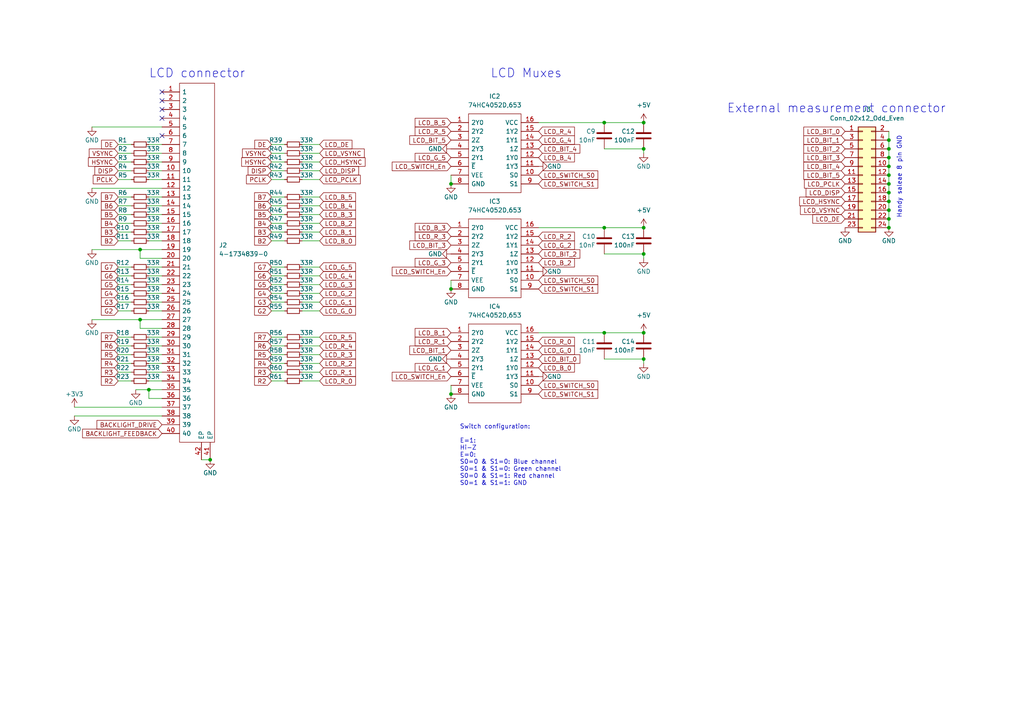
<source format=kicad_sch>
(kicad_sch (version 20211123) (generator eeschema)
  (paper "A4")
  (lib_symbols
    (symbol "Connector_Generic:Conn_02x12_Odd_Even" (pin_names (offset 1.016) hide)
      (property "Reference" "J" (at 1.27 15.24 0))
      (property "Value" "Conn_02x12_Odd_Even" (at 1.27 -17.78 0))
      (symbol "Conn_02x12_Odd_Even_1_1"
        (rectangle (start -1.27 -15.113) (end 0 -15.367) (stroke (width 0.1524)))
        (rectangle (start -1.27 -12.573) (end 0 -12.827) (stroke (width 0.1524)))
        (rectangle (start -1.27 -10.033) (end 0 -10.287) (stroke (width 0.1524)))
        (rectangle (start -1.27 -7.493) (end 0 -7.747) (stroke (width 0.1524)))
        (rectangle (start -1.27 -4.953) (end 0 -5.207) (stroke (width 0.1524)))
        (rectangle (start -1.27 -2.413) (end 0 -2.667) (stroke (width 0.1524)))
        (rectangle (start -1.27 0.127) (end 0 -0.127) (stroke (width 0.1524)))
        (rectangle (start -1.27 2.667) (end 0 2.413) (stroke (width 0.1524)))
        (rectangle (start -1.27 5.207) (end 0 4.953) (stroke (width 0.1524)))
        (rectangle (start -1.27 7.747) (end 0 7.493) (stroke (width 0.1524)))
        (rectangle (start -1.27 10.287) (end 0 10.033) (stroke (width 0.1524)))
        (rectangle (start -1.27 12.827) (end 0 12.573) (stroke (width 0.1524)))
        (rectangle (start -1.27 13.97) (end 3.81 -16.51) (stroke (width 0.254)) (fill (type background)))
        (rectangle (start 3.81 -15.113) (end 2.54 -15.367) (stroke (width 0.1524)))
        (rectangle (start 3.81 -12.573) (end 2.54 -12.827) (stroke (width 0.1524)))
        (rectangle (start 3.81 -10.033) (end 2.54 -10.287) (stroke (width 0.1524)))
        (rectangle (start 3.81 -7.493) (end 2.54 -7.747) (stroke (width 0.1524)))
        (rectangle (start 3.81 -4.953) (end 2.54 -5.207) (stroke (width 0.1524)))
        (rectangle (start 3.81 -2.413) (end 2.54 -2.667) (stroke (width 0.1524)))
        (rectangle (start 3.81 0.127) (end 2.54 -0.127) (stroke (width 0.1524)))
        (rectangle (start 3.81 2.667) (end 2.54 2.413) (stroke (width 0.1524)))
        (rectangle (start 3.81 5.207) (end 2.54 4.953) (stroke (width 0.1524)))
        (rectangle (start 3.81 7.747) (end 2.54 7.493) (stroke (width 0.1524)))
        (rectangle (start 3.81 10.287) (end 2.54 10.033) (stroke (width 0.1524)))
        (rectangle (start 3.81 12.827) (end 2.54 12.573) (stroke (width 0.1524)))
        (pin passive line (at -5.08 12.7 0) (length 3.81) (name "Pin_1") (number "1"))
        (pin passive line (at 7.62 2.54 180) (length 3.81) (name "Pin_10") (number "10"))
        (pin passive line (at -5.08 0 0) (length 3.81) (name "Pin_11") (number "11"))
        (pin passive line (at 7.62 0 180) (length 3.81) (name "Pin_12") (number "12"))
        (pin passive line (at -5.08 -2.54 0) (length 3.81) (name "Pin_13") (number "13"))
        (pin passive line (at 7.62 -2.54 180) (length 3.81) (name "Pin_14") (number "14"))
        (pin passive line (at -5.08 -5.08 0) (length 3.81) (name "Pin_15") (number "15"))
        (pin passive line (at 7.62 -5.08 180) (length 3.81) (name "Pin_16") (number "16"))
        (pin passive line (at -5.08 -7.62 0) (length 3.81) (name "Pin_17") (number "17"))
        (pin passive line (at 7.62 -7.62 180) (length 3.81) (name "Pin_18") (number "18"))
        (pin passive line (at -5.08 -10.16 0) (length 3.81) (name "Pin_19") (number "19"))
        (pin passive line (at 7.62 12.7 180) (length 3.81) (name "Pin_2") (number "2"))
        (pin passive line (at 7.62 -10.16 180) (length 3.81) (name "Pin_20") (number "20"))
        (pin passive line (at -5.08 -12.7 0) (length 3.81) (name "Pin_21") (number "21"))
        (pin passive line (at 7.62 -12.7 180) (length 3.81) (name "Pin_22") (number "22"))
        (pin passive line (at -5.08 -15.24 0) (length 3.81) (name "Pin_23") (number "23"))
        (pin passive line (at 7.62 -15.24 180) (length 3.81) (name "Pin_24") (number "24"))
        (pin passive line (at -5.08 10.16 0) (length 3.81) (name "Pin_3") (number "3"))
        (pin passive line (at 7.62 10.16 180) (length 3.81) (name "Pin_4") (number "4"))
        (pin passive line (at -5.08 7.62 0) (length 3.81) (name "Pin_5") (number "5"))
        (pin passive line (at 7.62 7.62 180) (length 3.81) (name "Pin_6") (number "6"))
        (pin passive line (at -5.08 5.08 0) (length 3.81) (name "Pin_7") (number "7"))
        (pin passive line (at 7.62 5.08 180) (length 3.81) (name "Pin_8") (number "8"))
        (pin passive line (at -5.08 2.54 0) (length 3.81) (name "Pin_9") (number "9"))
      )
    )
    (symbol "Device:C" (pin_numbers hide) (pin_names (offset 0.254))
      (property "Reference" "C" (at 0.635 2.54 0))
      (property "Value" "C" (at 0.635 -2.54 0))
      (symbol "C_0_1"
        (polyline (pts (xy -2.032 -0.762) (xy 2.032 -0.762)) (stroke (width 0.508)))
        (polyline (pts (xy -2.032 0.762) (xy 2.032 0.762)) (stroke (width 0.508)))
      )
      (symbol "C_1_1"
        (pin passive line (at 0 3.81 270) (length 2.794) (name "~") (number "1"))
        (pin passive line (at 0 -3.81 90) (length 2.794) (name "~") (number "2"))
      )
    )
    (symbol "Device:R_Small" (pin_numbers hide) (pin_names (offset 0.254) hide)
      (property "Reference" "R" (at 0.762 0.508 0))
      (property "Value" "R_Small" (at 0.762 -1.016 0))
      (symbol "R_Small_0_1"
        (rectangle (start -0.762 1.778) (end 0.762 -1.778) (stroke (width 0.2032)))
      )
      (symbol "R_Small_1_1"
        (pin passive line (at 0 2.54 270) (length 0.762) (name "~") (number "1"))
        (pin passive line (at 0 -2.54 90) (length 0.762) (name "~") (number "2"))
      )
    )
    (symbol "SamacSys_Parts:4-1734839-0" (pin_names (offset 0.762))
      (property "Reference" "J3" (at -16.51 -48.2599 0))
      (property "Value" "4-1734839-0" (at -16.51 -50.7999 0))
      (symbol "4-1734839-0_0_0"
        (pin passive line (at 0 0 180) (length 5.08) (name "1") (number "1"))
        (pin passive line (at 0 -22.86 180) (length 5.08) (name "10") (number "10"))
        (pin passive line (at 0 -25.4 180) (length 5.08) (name "11") (number "11"))
        (pin passive line (at 0 -27.94 180) (length 5.08) (name "12") (number "12"))
        (pin passive line (at 0 -30.48 180) (length 5.08) (name "13") (number "13"))
        (pin passive line (at 0 -33.02 180) (length 5.08) (name "14") (number "14"))
        (pin passive line (at 0 -35.56 180) (length 5.08) (name "15") (number "15"))
        (pin passive line (at 0 -38.1 180) (length 5.08) (name "16") (number "16"))
        (pin passive line (at 0 -40.64 180) (length 5.08) (name "17") (number "17"))
        (pin passive line (at 0 -43.18 180) (length 5.08) (name "18") (number "18"))
        (pin passive line (at 0 -45.72 180) (length 5.08) (name "19") (number "19"))
        (pin passive line (at 0 -2.54 180) (length 5.08) (name "2") (number "2"))
        (pin passive line (at 0 -48.26 180) (length 5.08) (name "20") (number "20"))
        (pin passive line (at 0 -50.8 180) (length 5.08) (name "21") (number "21"))
        (pin passive line (at 0 -53.34 180) (length 5.08) (name "22") (number "22"))
        (pin passive line (at 0 -55.88 180) (length 5.08) (name "23") (number "23"))
        (pin passive line (at 0 -58.42 180) (length 5.08) (name "24") (number "24"))
        (pin passive line (at 0 -60.96 180) (length 5.08) (name "25") (number "25"))
        (pin passive line (at 0 -63.5 180) (length 5.08) (name "26") (number "26"))
        (pin passive line (at 0 -66.04 180) (length 5.08) (name "27") (number "27"))
        (pin passive line (at 0 -68.58 180) (length 5.08) (name "28") (number "28"))
        (pin passive line (at 0 -71.12 180) (length 5.08) (name "29") (number "29"))
        (pin passive line (at 0 -5.08 180) (length 5.08) (name "3") (number "3"))
        (pin passive line (at 0 -73.66 180) (length 5.08) (name "30") (number "30"))
        (pin passive line (at 0 -76.2 180) (length 5.08) (name "31") (number "31"))
        (pin passive line (at 0 -78.74 180) (length 5.08) (name "32") (number "32"))
        (pin passive line (at 0 -81.28 180) (length 5.08) (name "33") (number "33"))
        (pin passive line (at 0 -83.82 180) (length 5.08) (name "34") (number "34"))
        (pin passive line (at 0 -86.36 180) (length 5.08) (name "35") (number "35"))
        (pin passive line (at 0 -88.9 180) (length 5.08) (name "36") (number "36"))
        (pin passive line (at 0 -91.44 180) (length 5.08) (name "37") (number "37"))
        (pin passive line (at 0 -93.98 180) (length 5.08) (name "38") (number "38"))
        (pin passive line (at 0 -96.52 180) (length 5.08) (name "39") (number "39"))
        (pin passive line (at 0 -7.62 180) (length 5.08) (name "4") (number "4"))
        (pin passive line (at 0 -99.06 180) (length 5.08) (name "40") (number "40"))
        (pin passive line (at -13.97 -106.68 90) (length 5.08) (name "EP") (number "41"))
        (pin passive line (at -11.43 -106.68 90) (length 5.08) (name "EP") (number "42"))
        (pin passive line (at 0 -10.16 180) (length 5.08) (name "5") (number "5"))
        (pin passive line (at 0 -12.7 180) (length 5.08) (name "6") (number "6"))
        (pin passive line (at 0 -15.24 180) (length 5.08) (name "7") (number "7"))
        (pin passive line (at 0 -17.78 180) (length 5.08) (name "8") (number "8"))
        (pin passive line (at 0 -20.32 180) (length 5.08) (name "9") (number "9"))
      )
      (symbol "4-1734839-0_0_1"
        (polyline (pts (xy -15.24 2.54) (xy -5.08 2.54) (xy -5.08 -101.6) (xy -15.24 -101.6) (xy -15.24 2.54)) (stroke (width 0.1524)))
      )
    )
    (symbol "SamacSys_Parts:74HC4052D,653" (pin_names (offset 0.762))
      (property "Reference" "IC" (at 21.59 7.62 0))
      (property "Value" "74HC4052D,653" (at 21.59 5.08 0))
      (symbol "74HC4052D,653_0_0"
        (pin passive line (at 0 0 0) (length 5.08) (name "2Y0") (number "1"))
        (pin passive line (at 25.4 -15.24 180) (length 5.08) (name "S0") (number "10"))
        (pin passive line (at 25.4 -12.7 180) (length 5.08) (name "1Y3") (number "11"))
        (pin passive line (at 25.4 -10.16 180) (length 5.08) (name "1Y0") (number "12"))
        (pin passive line (at 25.4 -7.62 180) (length 5.08) (name "1Z") (number "13"))
        (pin passive line (at 25.4 -5.08 180) (length 5.08) (name "1Y1") (number "14"))
        (pin passive line (at 25.4 -2.54 180) (length 5.08) (name "1Y2") (number "15"))
        (pin passive line (at 25.4 0 180) (length 5.08) (name "VCC") (number "16"))
        (pin passive line (at 0 -2.54 0) (length 5.08) (name "2Y2") (number "2"))
        (pin passive line (at 0 -5.08 0) (length 5.08) (name "2Z") (number "3"))
        (pin passive line (at 0 -7.62 0) (length 5.08) (name "2Y3") (number "4"))
        (pin passive line (at 0 -10.16 0) (length 5.08) (name "2Y1") (number "5"))
        (pin passive line (at 0 -12.7 0) (length 5.08) (name "~{E}") (number "6"))
        (pin passive line (at 0 -15.24 0) (length 5.08) (name "VEE") (number "7"))
        (pin passive line (at 0 -17.78 0) (length 5.08) (name "GND") (number "8"))
        (pin passive line (at 25.4 -17.78 180) (length 5.08) (name "S1") (number "9"))
      )
      (symbol "74HC4052D,653_0_1"
        (polyline (pts (xy 5.08 2.54) (xy 20.32 2.54) (xy 20.32 -20.32) (xy 5.08 -20.32) (xy 5.08 2.54)) (stroke (width 0.1524)))
      )
    )
    (symbol "power:+3V3" (power) (pin_names (offset 0))
      (property "Value" "+3V3" (at 0 3.556 0))
      (symbol "+3V3_0_1"
        (polyline (pts (xy -0.762 1.27) (xy 0 2.54)))
        (polyline (pts (xy 0 0) (xy 0 2.54)))
        (polyline (pts (xy 0 2.54) (xy 0.762 1.27)))
      )
      (symbol "+3V3_1_1"
        (pin power_in line (at 0 0 90) (length 0) hide (name "+3V3") (number "1"))
      )
    )
    (symbol "power:+5V" (power) (pin_names (offset 0))
      (property "Value" "+5V" (at 0 3.556 0))
      (symbol "+5V_0_1"
        (polyline (pts (xy -0.762 1.27) (xy 0 2.54)))
        (polyline (pts (xy 0 0) (xy 0 2.54)))
        (polyline (pts (xy 0 2.54) (xy 0.762 1.27)))
      )
      (symbol "+5V_1_1"
        (pin power_in line (at 0 0 90) (length 0) hide (name "+5V") (number "1"))
      )
    )
    (symbol "power:GND" (power) (pin_names (offset 0))
      (property "Value" "GND" (at 0 -3.81 0))
      (symbol "GND_0_1"
        (polyline (pts (xy 0 0) (xy 0 -1.27) (xy 1.27 -1.27) (xy 0 -2.54) (xy -1.27 -1.27) (xy 0 -1.27)))
      )
      (symbol "GND_1_1"
        (pin power_in line (at 0 0 270) (length 0) hide (name "GND") (number "1"))
      )
    )
  )
  (junction (at 257.81 55.88))
  (junction (at 257.81 45.72))
  (junction (at 257.81 40.64))
  (junction (at 257.81 50.8))
  (junction (at 40.64 72.39))
  (junction (at 186.69 35.56))
  (junction (at 175.26 66.04))
  (junction (at 130.81 114.3))
  (junction (at 60.96 133.35))
  (junction (at 130.81 83.82))
  (junction (at 40.64 92.71))
  (junction (at 257.81 58.42))
  (junction (at 257.81 53.34))
  (junction (at 257.81 60.96))
  (junction (at 186.69 73.66))
  (junction (at 186.69 104.14))
  (junction (at 43.18 113.03))
  (junction (at 257.81 63.5))
  (junction (at 257.81 48.26))
  (junction (at 186.69 66.04))
  (junction (at 186.69 96.52))
  (junction (at 130.81 53.34))
  (junction (at 175.26 96.52))
  (junction (at 257.81 43.18))
  (junction (at 186.69 43.18))
  (junction (at 257.81 66.04))
  (junction (at 175.26 35.56))
  (no_connect (at 46.99 34.29))
  (no_connect (at 46.99 26.67))
  (no_connect (at 46.99 29.21))
  (no_connect (at 46.99 39.37))
  (no_connect (at 46.99 31.75))
  (wire (pts (xy 39.37 113.03) (xy 43.18 113.03)))
  (wire (pts (xy 92.71 46.99) (xy 87.63 46.99)))
  (wire (pts (xy 43.18 113.03) (xy 46.99 113.03)))
  (wire (pts (xy 43.18 41.91) (xy 46.99 41.91)))
  (wire (pts (xy 34.29 87.63) (xy 38.1 87.63)))
  (wire (pts (xy 92.71 52.07) (xy 87.63 52.07)))
  (wire (pts (xy 34.29 52.07) (xy 38.1 52.07)))
  (wire (pts (xy 92.71 67.31) (xy 87.63 67.31)))
  (wire (pts (xy 78.74 52.07) (xy 82.55 52.07)))
  (wire (pts (xy 257.81 60.96) (xy 257.81 63.5)))
  (wire (pts (xy 92.71 57.15) (xy 87.63 57.15)))
  (wire (pts (xy 34.29 110.49) (xy 38.1 110.49)))
  (wire (pts (xy 92.71 80.01) (xy 87.63 80.01)))
  (wire (pts (xy 92.71 49.53) (xy 87.63 49.53)))
  (wire (pts (xy 46.99 95.25) (xy 40.64 95.25)))
  (wire (pts (xy 34.29 82.55) (xy 38.1 82.55)))
  (wire (pts (xy 156.21 35.56) (xy 175.26 35.56)))
  (wire (pts (xy 92.71 87.63) (xy 87.63 87.63)))
  (wire (pts (xy 186.69 96.52) (xy 175.26 96.52)))
  (wire (pts (xy 78.74 57.15) (xy 82.55 57.15)))
  (wire (pts (xy 78.74 59.69) (xy 82.55 59.69)))
  (wire (pts (xy 92.71 107.95) (xy 87.63 107.95)))
  (wire (pts (xy 78.74 44.45) (xy 82.55 44.45)))
  (wire (pts (xy 92.71 41.91) (xy 87.63 41.91)))
  (wire (pts (xy 34.29 64.77) (xy 38.1 64.77)))
  (wire (pts (xy 21.59 120.65) (xy 46.99 120.65)))
  (wire (pts (xy 43.18 80.01) (xy 46.99 80.01)))
  (wire (pts (xy 43.18 77.47) (xy 46.99 77.47)))
  (wire (pts (xy 92.71 59.69) (xy 87.63 59.69)))
  (wire (pts (xy 186.69 74.93) (xy 186.69 73.66)))
  (wire (pts (xy 34.29 107.95) (xy 38.1 107.95)))
  (wire (pts (xy 257.81 40.64) (xy 257.81 43.18)))
  (wire (pts (xy 34.29 97.79) (xy 38.1 97.79)))
  (wire (pts (xy 92.71 85.09) (xy 87.63 85.09)))
  (wire (pts (xy 34.29 100.33) (xy 38.1 100.33)))
  (wire (pts (xy 34.29 59.69) (xy 38.1 59.69)))
  (wire (pts (xy 257.81 53.34) (xy 257.81 55.88)))
  (wire (pts (xy 43.18 115.57) (xy 43.18 113.03)))
  (wire (pts (xy 40.64 95.25) (xy 40.64 92.71)))
  (wire (pts (xy 78.74 80.01) (xy 82.55 80.01)))
  (wire (pts (xy 43.18 85.09) (xy 46.99 85.09)))
  (wire (pts (xy 46.99 115.57) (xy 43.18 115.57)))
  (wire (pts (xy 186.69 35.56) (xy 175.26 35.56)))
  (wire (pts (xy 34.29 46.99) (xy 38.1 46.99)))
  (wire (pts (xy 34.29 77.47) (xy 38.1 77.47)))
  (wire (pts (xy 156.21 96.52) (xy 175.26 96.52)))
  (wire (pts (xy 92.71 82.55) (xy 87.63 82.55)))
  (wire (pts (xy 92.71 90.17) (xy 87.63 90.17)))
  (wire (pts (xy 130.81 81.28) (xy 130.81 83.82)))
  (wire (pts (xy 92.71 69.85) (xy 87.63 69.85)))
  (wire (pts (xy 175.26 104.14) (xy 186.69 104.14)))
  (wire (pts (xy 156.21 66.04) (xy 175.26 66.04)))
  (wire (pts (xy 43.18 105.41) (xy 46.99 105.41)))
  (wire (pts (xy 34.29 85.09) (xy 38.1 85.09)))
  (wire (pts (xy 78.74 105.41) (xy 82.55 105.41)))
  (wire (pts (xy 34.29 67.31) (xy 38.1 67.31)))
  (wire (pts (xy 78.74 49.53) (xy 82.55 49.53)))
  (wire (pts (xy 78.74 67.31) (xy 82.55 67.31)))
  (wire (pts (xy 43.18 49.53) (xy 46.99 49.53)))
  (wire (pts (xy 43.18 90.17) (xy 46.99 90.17)))
  (wire (pts (xy 186.69 44.45) (xy 186.69 43.18)))
  (wire (pts (xy 43.18 52.07) (xy 46.99 52.07)))
  (wire (pts (xy 175.26 43.18) (xy 186.69 43.18)))
  (wire (pts (xy 78.74 46.99) (xy 82.55 46.99)))
  (wire (pts (xy 257.81 50.8) (xy 257.81 53.34)))
  (wire (pts (xy 43.18 107.95) (xy 46.99 107.95)))
  (wire (pts (xy 34.29 57.15) (xy 38.1 57.15)))
  (wire (pts (xy 78.74 69.85) (xy 82.55 69.85)))
  (wire (pts (xy 186.69 66.04) (xy 175.26 66.04)))
  (wire (pts (xy 92.71 64.77) (xy 87.63 64.77)))
  (wire (pts (xy 257.81 55.88) (xy 257.81 58.42)))
  (wire (pts (xy 78.74 90.17) (xy 82.55 90.17)))
  (wire (pts (xy 43.18 67.31) (xy 46.99 67.31)))
  (wire (pts (xy 43.18 100.33) (xy 46.99 100.33)))
  (wire (pts (xy 34.29 49.53) (xy 38.1 49.53)))
  (wire (pts (xy 34.29 90.17) (xy 38.1 90.17)))
  (wire (pts (xy 92.71 100.33) (xy 87.63 100.33)))
  (wire (pts (xy 257.81 43.18) (xy 257.81 45.72)))
  (wire (pts (xy 46.99 74.93) (xy 40.64 74.93)))
  (wire (pts (xy 34.29 102.87) (xy 38.1 102.87)))
  (wire (pts (xy 92.71 105.41) (xy 87.63 105.41)))
  (wire (pts (xy 26.67 54.61) (xy 46.99 54.61)))
  (wire (pts (xy 175.26 73.66) (xy 186.69 73.66)))
  (wire (pts (xy 78.74 64.77) (xy 82.55 64.77)))
  (wire (pts (xy 43.18 110.49) (xy 46.99 110.49)))
  (wire (pts (xy 78.74 85.09) (xy 82.55 85.09)))
  (wire (pts (xy 34.29 80.01) (xy 38.1 80.01)))
  (wire (pts (xy 92.71 77.47) (xy 87.63 77.47)))
  (wire (pts (xy 257.81 38.1) (xy 257.81 40.64)))
  (wire (pts (xy 257.81 48.26) (xy 257.81 50.8)))
  (wire (pts (xy 43.18 87.63) (xy 46.99 87.63)))
  (wire (pts (xy 257.81 45.72) (xy 257.81 48.26)))
  (wire (pts (xy 43.18 102.87) (xy 46.99 102.87)))
  (wire (pts (xy 92.71 44.45) (xy 87.63 44.45)))
  (wire (pts (xy 43.18 46.99) (xy 46.99 46.99)))
  (wire (pts (xy 78.74 97.79) (xy 82.55 97.79)))
  (wire (pts (xy 34.29 44.45) (xy 38.1 44.45)))
  (wire (pts (xy 257.81 63.5) (xy 257.81 66.04)))
  (wire (pts (xy 43.18 64.77) (xy 46.99 64.77)))
  (wire (pts (xy 21.59 118.11) (xy 46.99 118.11)))
  (wire (pts (xy 43.18 82.55) (xy 46.99 82.55)))
  (wire (pts (xy 92.71 62.23) (xy 87.63 62.23)))
  (wire (pts (xy 26.67 72.39) (xy 40.64 72.39)))
  (wire (pts (xy 130.81 50.8) (xy 130.81 53.34)))
  (wire (pts (xy 78.74 87.63) (xy 82.55 87.63)))
  (wire (pts (xy 78.74 110.49) (xy 82.55 110.49)))
  (wire (pts (xy 43.18 59.69) (xy 46.99 59.69)))
  (wire (pts (xy 26.67 92.71) (xy 40.64 92.71)))
  (wire (pts (xy 78.74 82.55) (xy 82.55 82.55)))
  (wire (pts (xy 34.29 69.85) (xy 38.1 69.85)))
  (wire (pts (xy 78.74 102.87) (xy 82.55 102.87)))
  (wire (pts (xy 43.18 62.23) (xy 46.99 62.23)))
  (wire (pts (xy 34.29 105.41) (xy 38.1 105.41)))
  (wire (pts (xy 34.29 41.91) (xy 38.1 41.91)))
  (wire (pts (xy 78.74 100.33) (xy 82.55 100.33)))
  (wire (pts (xy 257.81 58.42) (xy 257.81 60.96)))
  (wire (pts (xy 40.64 74.93) (xy 40.64 72.39)))
  (wire (pts (xy 43.18 57.15) (xy 46.99 57.15)))
  (wire (pts (xy 130.81 111.76) (xy 130.81 114.3)))
  (wire (pts (xy 92.71 110.49) (xy 87.63 110.49)))
  (wire (pts (xy 26.67 36.83) (xy 46.99 36.83)))
  (wire (pts (xy 40.64 72.39) (xy 46.99 72.39)))
  (wire (pts (xy 43.18 44.45) (xy 46.99 44.45)))
  (wire (pts (xy 78.74 41.91) (xy 82.55 41.91)))
  (wire (pts (xy 78.74 62.23) (xy 82.55 62.23)))
  (wire (pts (xy 43.18 97.79) (xy 46.99 97.79)))
  (wire (pts (xy 34.29 62.23) (xy 38.1 62.23)))
  (wire (pts (xy 92.71 97.79) (xy 87.63 97.79)))
  (wire (pts (xy 78.74 77.47) (xy 82.55 77.47)))
  (wire (pts (xy 92.71 102.87) (xy 87.63 102.87)))
  (wire (pts (xy 40.64 92.71) (xy 46.99 92.71)))
  (wire (pts (xy 78.74 107.95) (xy 82.55 107.95)))
  (wire (pts (xy 58.42 133.35) (xy 60.96 133.35)))
  (wire (pts (xy 43.18 69.85) (xy 46.99 69.85)))
  (wire (pts (xy 186.69 105.41) (xy 186.69 104.14)))
  (text "External measurement connector" (at 210.82 33.02 0) (effects (font (size 2.54 2.54)) (justify left bottom)))
  (text "LCD connector" (at 43.18 22.86 0) (effects (font (size 2.54 2.54)) (justify left bottom)))
  (text "Switch configuration:\n\nE=1:\nHi-Z\nE=0:\nS0=0 & S1=0: Blue channel\nS0=1 & S1=0: Green channel\nS0=0 & S1=1: Red channel\nS0=1 & S1=1: GND" (at 133.35 140.97 0) (effects (font (size 1.27 1.27)) (justify left bottom)))
  (text "Handy saleae 8 pin GND" (at 261.62 39.37 270) (effects (font (size 1.27 1.27)) (justify right bottom)))
  (text "LCD Muxes" (at 142.24 22.86 0) (effects (font (size 2.54 2.54)) (justify left bottom)))
  (global_label "LCD_B_3" (shape input) (at 92.71 62.23 0) (property "Intersheet References" "${INTERSHEET_REFS}" (effects hide)))
  (global_label "LCD_B_2" (shape input) (at 156.21 76.2 0) (property "Intersheet References" "${INTERSHEET_REFS}" (effects hide)))
  (global_label "G7" (shape input) (at 34.29 77.47 180) (property "Intersheet References" "${INTERSHEET_REFS}" (effects hide)))
  (global_label "R6" (shape input) (at 34.29 100.33 180) (property "Intersheet References" "${INTERSHEET_REFS}" (effects hide)))
  (global_label "LCD_G_2" (shape input) (at 92.71 85.09 0) (property "Intersheet References" "${INTERSHEET_REFS}" (effects hide)))
  (global_label "LCD_B_1" (shape input) (at 92.71 67.31 0) (property "Intersheet References" "${INTERSHEET_REFS}" (effects hide)))
  (global_label "LCD_VSYNC" (shape input) (at 92.71 44.45 0) (property "Intersheet References" "${INTERSHEET_REFS}" (effects hide)))
  (global_label "LCD_BIT_0" (shape input) (at 156.21 104.14 0) (property "Intersheet References" "${INTERSHEET_REFS}" (effects hide)))
  (global_label "LCD_SWITCH_S0" (shape input) (at 156.21 50.8 0) (property "Intersheet References" "${INTERSHEET_REFS}" (effects hide)))
  (global_label "B2" (shape input) (at 34.29 69.85 180) (property "Intersheet References" "${INTERSHEET_REFS}" (effects hide)))
  (global_label "LCD_G_0" (shape input) (at 92.71 90.17 0) (property "Intersheet References" "${INTERSHEET_REFS}" (effects hide)))
  (global_label "LCD_SWITCH_S1" (shape input) (at 156.21 53.34 0) (property "Intersheet References" "${INTERSHEET_REFS}" (effects hide)))
  (global_label "LCD_G_4" (shape input) (at 92.71 80.01 0) (property "Intersheet References" "${INTERSHEET_REFS}" (effects hide)))
  (global_label "LCD_PCLK" (shape input) (at 245.11 53.34 180) (property "Intersheet References" "${INTERSHEET_REFS}" (effects hide)))
  (global_label "B5" (shape input) (at 78.74 62.23 180) (property "Intersheet References" "${INTERSHEET_REFS}" (effects hide)))
  (global_label "LCD_B_5" (shape input) (at 92.71 57.15 0) (property "Intersheet References" "${INTERSHEET_REFS}" (effects hide)))
  (global_label "G7" (shape input) (at 78.74 77.47 180) (property "Intersheet References" "${INTERSHEET_REFS}" (effects hide)))
  (global_label "DISP" (shape input) (at 34.29 49.53 180) (property "Intersheet References" "${INTERSHEET_REFS}" (effects hide)))
  (global_label "G2" (shape input) (at 34.29 90.17 180) (property "Intersheet References" "${INTERSHEET_REFS}" (effects hide)))
  (global_label "LCD_G_3" (shape input) (at 92.71 82.55 0) (property "Intersheet References" "${INTERSHEET_REFS}" (effects hide)))
  (global_label "R2" (shape input) (at 78.74 110.49 180) (property "Intersheet References" "${INTERSHEET_REFS}" (effects hide)))
  (global_label "LCD_BIT_1" (shape input) (at 245.11 40.64 180) (property "Intersheet References" "${INTERSHEET_REFS}" (effects hide)))
  (global_label "LCD_SWITCH_En" (shape input) (at 130.81 109.22 180) (property "Intersheet References" "${INTERSHEET_REFS}" (effects hide)))
  (global_label "B7" (shape input) (at 78.74 57.15 180) (property "Intersheet References" "${INTERSHEET_REFS}" (effects hide)))
  (global_label "LCD_SWITCH_En" (shape input) (at 130.81 48.26 180) (property "Intersheet References" "${INTERSHEET_REFS}" (effects hide)))
  (global_label "LCD_B_5" (shape input) (at 130.81 35.56 180) (property "Intersheet References" "${INTERSHEET_REFS}" (effects hide)))
  (global_label "R4" (shape input) (at 34.29 105.41 180) (property "Intersheet References" "${INTERSHEET_REFS}" (effects hide)))
  (global_label "G5" (shape input) (at 34.29 82.55 180) (property "Intersheet References" "${INTERSHEET_REFS}" (effects hide)))
  (global_label "LCD_HSYNC" (shape input) (at 245.11 58.42 180) (property "Intersheet References" "${INTERSHEET_REFS}" (effects hide)))
  (global_label "R2" (shape input) (at 34.29 110.49 180) (property "Intersheet References" "${INTERSHEET_REFS}" (effects hide)))
  (global_label "LCD_BIT_5" (shape input) (at 130.81 40.64 180) (property "Intersheet References" "${INTERSHEET_REFS}" (effects hide)))
  (global_label "LCD_B_2" (shape input) (at 92.71 64.77 0) (property "Intersheet References" "${INTERSHEET_REFS}" (effects hide)))
  (global_label "LCD_BIT_4" (shape input) (at 245.11 48.26 180) (property "Intersheet References" "${INTERSHEET_REFS}" (effects hide)))
  (global_label "B3" (shape input) (at 34.29 67.31 180) (property "Intersheet References" "${INTERSHEET_REFS}" (effects hide)))
  (global_label "B6" (shape input) (at 34.29 59.69 180) (property "Intersheet References" "${INTERSHEET_REFS}" (effects hide)))
  (global_label "LCD_BIT_2" (shape input) (at 156.21 73.66 0) (property "Intersheet References" "${INTERSHEET_REFS}" (effects hide)))
  (global_label "R7" (shape input) (at 78.74 97.79 180) (property "Intersheet References" "${INTERSHEET_REFS}" (effects hide)))
  (global_label "LCD_BIT_3" (shape input) (at 130.81 71.12 180) (property "Intersheet References" "${INTERSHEET_REFS}" (effects hide)))
  (global_label "R3" (shape input) (at 34.29 107.95 180) (property "Intersheet References" "${INTERSHEET_REFS}" (effects hide)))
  (global_label "LCD_B_0" (shape input) (at 92.71 69.85 0) (property "Intersheet References" "${INTERSHEET_REFS}" (effects hide)))
  (global_label "G3" (shape input) (at 34.29 87.63 180) (property "Intersheet References" "${INTERSHEET_REFS}" (effects hide)))
  (global_label "LCD_G_2" (shape input) (at 156.21 71.12 0) (property "Intersheet References" "${INTERSHEET_REFS}" (effects hide)))
  (global_label "LCD_BIT_0" (shape input) (at 245.11 38.1 180) (property "Intersheet References" "${INTERSHEET_REFS}" (effects hide)))
  (global_label "LCD_SWITCH_S1" (shape input) (at 156.21 114.3 0) (property "Intersheet References" "${INTERSHEET_REFS}" (effects hide)))
  (global_label "LCD_G_5" (shape input) (at 130.81 45.72 180) (property "Intersheet References" "${INTERSHEET_REFS}" (effects hide)))
  (global_label "B7" (shape input) (at 34.29 57.15 180) (property "Intersheet References" "${INTERSHEET_REFS}" (effects hide)))
  (global_label "HSYNC" (shape input) (at 34.29 46.99 180) (property "Intersheet References" "${INTERSHEET_REFS}" (effects hide)))
  (global_label "R5" (shape input) (at 34.29 102.87 180) (property "Intersheet References" "${INTERSHEET_REFS}" (effects hide)))
  (global_label "B3" (shape input) (at 78.74 67.31 180) (property "Intersheet References" "${INTERSHEET_REFS}" (effects hide)))
  (global_label "BACKLIGHT_FEEDBACK" (shape input) (at 46.99 125.73 180) (property "Intersheet References" "${INTERSHEET_REFS}" (effects hide)))
  (global_label "LCD_DE" (shape input) (at 92.71 41.91 0) (property "Intersheet References" "${INTERSHEET_REFS}" (effects hide)))
  (global_label "LCD_R_4" (shape input) (at 156.21 38.1 0) (property "Intersheet References" "${INTERSHEET_REFS}" (effects hide)))
  (global_label "LCD_BIT_1" (shape input) (at 130.81 101.6 180) (property "Intersheet References" "${INTERSHEET_REFS}" (effects hide)))
  (global_label "LCD_DE" (shape input) (at 245.11 63.5 180) (property "Intersheet References" "${INTERSHEET_REFS}" (effects hide)))
  (global_label "R4" (shape input) (at 78.74 105.41 180) (property "Intersheet References" "${INTERSHEET_REFS}" (effects hide)))
  (global_label "R5" (shape input) (at 78.74 102.87 180) (property "Intersheet References" "${INTERSHEET_REFS}" (effects hide)))
  (global_label "LCD_R_5" (shape input) (at 130.81 38.1 180) (property "Intersheet References" "${INTERSHEET_REFS}" (effects hide)))
  (global_label "G4" (shape input) (at 78.74 85.09 180) (property "Intersheet References" "${INTERSHEET_REFS}" (effects hide)))
  (global_label "LCD_HSYNC" (shape input) (at 92.71 46.99 0) (property "Intersheet References" "${INTERSHEET_REFS}" (effects hide)))
  (global_label "R3" (shape input) (at 78.74 107.95 180) (property "Intersheet References" "${INTERSHEET_REFS}" (effects hide)))
  (global_label "LCD_R_1" (shape input) (at 130.81 99.06 180) (property "Intersheet References" "${INTERSHEET_REFS}" (effects hide)))
  (global_label "VSYNC" (shape input) (at 78.74 44.45 180) (property "Intersheet References" "${INTERSHEET_REFS}" (effects hide)))
  (global_label "R6" (shape input) (at 78.74 100.33 180) (property "Intersheet References" "${INTERSHEET_REFS}" (effects hide)))
  (global_label "LCD_G_1" (shape input) (at 130.81 106.68 180) (property "Intersheet References" "${INTERSHEET_REFS}" (effects hide)))
  (global_label "LCD_R_0" (shape input) (at 92.71 110.49 0) (property "Intersheet References" "${INTERSHEET_REFS}" (effects hide)))
  (global_label "PCLK" (shape input) (at 78.74 52.07 180) (property "Intersheet References" "${INTERSHEET_REFS}" (effects hide)))
  (global_label "BACKLIGHT_DRIVE" (shape input) (at 46.99 123.19 180) (property "Intersheet References" "${INTERSHEET_REFS}" (effects hide)))
  (global_label "LCD_G_5" (shape input) (at 92.71 77.47 0) (property "Intersheet References" "${INTERSHEET_REFS}" (effects hide)))
  (global_label "LCD_G_4" (shape input) (at 156.21 40.64 0) (property "Intersheet References" "${INTERSHEET_REFS}" (effects hide)))
  (global_label "G4" (shape input) (at 34.29 85.09 180) (property "Intersheet References" "${INTERSHEET_REFS}" (effects hide)))
  (global_label "LCD_DISP" (shape input) (at 92.71 49.53 0) (property "Intersheet References" "${INTERSHEET_REFS}" (effects hide)))
  (global_label "LCD_R_3" (shape input) (at 130.81 68.58 180) (property "Intersheet References" "${INTERSHEET_REFS}" (effects hide)))
  (global_label "B6" (shape input) (at 78.74 59.69 180) (property "Intersheet References" "${INTERSHEET_REFS}" (effects hide)))
  (global_label "LCD_R_5" (shape input) (at 92.71 97.79 0) (property "Intersheet References" "${INTERSHEET_REFS}" (effects hide)))
  (global_label "LCD_BIT_3" (shape input) (at 245.11 45.72 180) (property "Intersheet References" "${INTERSHEET_REFS}" (effects hide)))
  (global_label "VSYNC" (shape input) (at 34.29 44.45 180) (property "Intersheet References" "${INTERSHEET_REFS}" (effects hide)))
  (global_label "DE" (shape input) (at 78.74 41.91 180) (property "Intersheet References" "${INTERSHEET_REFS}" (effects hide)))
  (global_label "LCD_R_4" (shape input) (at 92.71 100.33 0) (property "Intersheet References" "${INTERSHEET_REFS}" (effects hide)))
  (global_label "LCD_R_1" (shape input) (at 92.71 107.95 0) (property "Intersheet References" "${INTERSHEET_REFS}" (effects hide)))
  (global_label "LCD_BIT_2" (shape input) (at 245.11 43.18 180) (property "Intersheet References" "${INTERSHEET_REFS}" (effects hide)))
  (global_label "B2" (shape input) (at 78.74 69.85 180) (property "Intersheet References" "${INTERSHEET_REFS}" (effects hide)))
  (global_label "LCD_B_3" (shape input) (at 130.81 66.04 180) (property "Intersheet References" "${INTERSHEET_REFS}" (effects hide)))
  (global_label "LCD_B_4" (shape input) (at 156.21 45.72 0) (property "Intersheet References" "${INTERSHEET_REFS}" (effects hide)))
  (global_label "LCD_B_0" (shape input) (at 156.21 106.68 0) (property "Intersheet References" "${INTERSHEET_REFS}" (effects hide)))
  (global_label "LCD_G_3" (shape input) (at 130.81 76.2 180) (property "Intersheet References" "${INTERSHEET_REFS}" (effects hide)))
  (global_label "HSYNC" (shape input) (at 78.74 46.99 180) (property "Intersheet References" "${INTERSHEET_REFS}" (effects hide)))
  (global_label "G6" (shape input) (at 78.74 80.01 180) (property "Intersheet References" "${INTERSHEET_REFS}" (effects hide)))
  (global_label "G5" (shape input) (at 78.74 82.55 180) (property "Intersheet References" "${INTERSHEET_REFS}" (effects hide)))
  (global_label "LCD_SWITCH_S1" (shape input) (at 156.21 83.82 0) (property "Intersheet References" "${INTERSHEET_REFS}" (effects hide)))
  (global_label "PCLK" (shape input) (at 34.29 52.07 180) (property "Intersheet References" "${INTERSHEET_REFS}" (effects hide)))
  (global_label "LCD_PCLK" (shape input) (at 92.71 52.07 0) (property "Intersheet References" "${INTERSHEET_REFS}" (effects hide)))
  (global_label "B5" (shape input) (at 34.29 62.23 180) (property "Intersheet References" "${INTERSHEET_REFS}" (effects hide)))
  (global_label "LCD_B_4" (shape input) (at 92.71 59.69 0) (property "Intersheet References" "${INTERSHEET_REFS}" (effects hide)))
  (global_label "LCD_SWITCH_En" (shape input) (at 130.81 78.74 180) (property "Intersheet References" "${INTERSHEET_REFS}" (effects hide)))
  (global_label "LCD_DISP" (shape input) (at 245.11 55.88 180) (property "Intersheet References" "${INTERSHEET_REFS}" (effects hide)))
  (global_label "LCD_R_2" (shape input) (at 156.21 68.58 0) (property "Intersheet References" "${INTERSHEET_REFS}" (effects hide)))
  (global_label "LCD_BIT_5" (shape input) (at 245.11 50.8 180) (property "Intersheet References" "${INTERSHEET_REFS}" (effects hide)))
  (global_label "LCD_SWITCH_S0" (shape input) (at 156.21 81.28 0) (property "Intersheet References" "${INTERSHEET_REFS}" (effects hide)))
  (global_label "LCD_VSYNC" (shape input) (at 245.11 60.96 180) (property "Intersheet References" "${INTERSHEET_REFS}" (effects hide)))
  (global_label "DE" (shape input) (at 34.29 41.91 180) (property "Intersheet References" "${INTERSHEET_REFS}" (effects hide)))
  (global_label "G2" (shape input) (at 78.74 90.17 180) (property "Intersheet References" "${INTERSHEET_REFS}" (effects hide)))
  (global_label "LCD_BIT_4" (shape input) (at 156.21 43.18 0) (property "Intersheet References" "${INTERSHEET_REFS}" (effects hide)))
  (global_label "LCD_SWITCH_S0" (shape input) (at 156.21 111.76 0) (property "Intersheet References" "${INTERSHEET_REFS}" (effects hide)))
  (global_label "B4" (shape input) (at 34.29 64.77 180) (property "Intersheet References" "${INTERSHEET_REFS}" (effects hide)))
  (global_label "LCD_B_1" (shape input) (at 130.81 96.52 180) (property "Intersheet References" "${INTERSHEET_REFS}" (effects hide)))
  (global_label "G6" (shape input) (at 34.29 80.01 180) (property "Intersheet References" "${INTERSHEET_REFS}" (effects hide)))
  (global_label "LCD_R_0" (shape input) (at 156.21 99.06 0) (property "Intersheet References" "${INTERSHEET_REFS}" (effects hide)))
  (global_label "R7" (shape input) (at 34.29 97.79 180) (property "Intersheet References" "${INTERSHEET_REFS}" (effects hide)))
  (global_label "LCD_R_2" (shape input) (at 92.71 105.41 0) (property "Intersheet References" "${INTERSHEET_REFS}" (effects hide)))
  (global_label "LCD_G_1" (shape input) (at 92.71 87.63 0) (property "Intersheet References" "${INTERSHEET_REFS}" (effects hide)))
  (global_label "DISP" (shape input) (at 78.74 49.53 180) (property "Intersheet References" "${INTERSHEET_REFS}" (effects hide)))
  (global_label "LCD_G_0" (shape input) (at 156.21 101.6 0) (property "Intersheet References" "${INTERSHEET_REFS}" (effects hide)))
  (global_label "LCD_R_3" (shape input) (at 92.71 102.87 0) (property "Intersheet References" "${INTERSHEET_REFS}" (effects hide)))
  (global_label "B4" (shape input) (at 78.74 64.77 180) (property "Intersheet References" "${INTERSHEET_REFS}" (effects hide)))
  (global_label "G3" (shape input) (at 78.74 87.63 180) (property "Intersheet References" "${INTERSHEET_REFS}" (effects hide)))
  (symbol (lib_id "SamacSys_Parts:74HC4052D,653") (at 130.81 35.56 0) (unit 1)
    (property "Reference" "IC2" (at 143.51 27.94 0))
    (property "Value" "74HC4052D,653" (at 143.51 30.48 0))
    (property "Footprint" "74HC4052D653" (effects hide))
    (property "Datasheet" "https://assets.nexperia.com/documents/data-sheet/74HC_HCT4052.pdf" (effects hide))
    (property "Description" "74HC(T)4052 - Dual 4-channel analog multiplexer/demultiplexer@en-us" (effects hide))
    (property "Height" "1.75" (effects hide))
    (property "Mouser Part Number" "771-74HC4052D-T" (effects hide))
    (property "Mouser Price/Stock" "https://www.mouser.co.uk/ProductDetail/Nexperia/74HC4052D653?qs=P62ublwmbi9dOtwH%252Bhrppg%3D%3D" (effects hide))
    (property "Manufacturer_Name" "Nexperia" (effects hide))
    (property "Manufacturer_Part_Number" "74HC4052D,653" (effects hide))
  )
  (symbol (lib_id "power:GND") (at 156.21 48.26 90) (unit 1)
    (property "Reference" "#PWR0136" (effects hide))
    (property "Value" "GND" (at 158.75 48.26 90) (effects (justify right)))
  )
  (symbol (lib_id "power:GND") (at 26.67 72.39 0) (unit 1)
    (property "Reference" "#PWR0111" (effects hide))
    (property "Value" "GND" (at 26.67 76.2 0))
  )
  (symbol (lib_id "power:GND") (at 186.69 74.93 0) (mirror y) (unit 1)
    (property "Reference" "#PWR0138" (effects hide))
    (property "Value" "GND" (at 186.69 78.74 0))
  )
  (symbol (lib_id "Device:R_Small") (at 85.09 85.09 270) (unit 1)
    (property "Reference" "R53" (at 80.01 83.82 90))
    (property "Value" "33R" (at 88.9 83.82 90))
    (property "Footprint" "Resistor_SMD:R_0402_1005Metric" (effects hide))
  )
  (symbol (lib_id "Device:C") (at 186.69 69.85 0) (mirror x) (unit 1)
    (property "Reference" "C13" (at 184.15 68.58 0) (effects (justify right)))
    (property "Value" "100nF" (at 184.15 71.12 0) (effects (justify right)))
    (property "Footprint" "Capacitor_SMD:C_0402_1005Metric" (effects hide))
  )
  (symbol (lib_id "Device:R_Small") (at 85.09 49.53 270) (unit 1)
    (property "Reference" "R42" (at 80.01 48.26 90))
    (property "Value" "33R" (at 88.9 48.26 90))
    (property "Footprint" "Resistor_SMD:R_0402_1005Metric" (effects hide))
  )
  (symbol (lib_id "Device:R_Small") (at 85.09 41.91 270) (unit 1)
    (property "Reference" "R39" (at 80.01 40.64 90))
    (property "Value" "33R" (at 88.9 40.64 90))
    (property "Footprint" "Resistor_SMD:R_0402_1005Metric" (effects hide))
  )
  (symbol (lib_id "power:GND") (at 186.69 105.41 0) (mirror y) (unit 1)
    (property "Reference" "#PWR0132" (effects hide))
    (property "Value" "GND" (at 186.69 109.22 0))
  )
  (symbol (lib_id "Device:R_Small") (at 85.09 110.49 270) (unit 1)
    (property "Reference" "R61" (at 80.01 109.22 90))
    (property "Value" "33R" (at 88.9 109.22 90))
    (property "Footprint" "Resistor_SMD:R_0402_1005Metric" (effects hide))
  )
  (symbol (lib_id "power:GND") (at 245.11 66.04 0) (unit 1)
    (property "Reference" "#PWR0147" (effects hide))
    (property "Value" "GND" (at 245.11 69.85 0))
  )
  (symbol (lib_id "power:GND") (at 156.21 78.74 90) (unit 1)
    (property "Reference" "#PWR0146" (effects hide))
    (property "Value" "GND" (at 158.75 78.74 90) (effects (justify right)))
  )
  (symbol (lib_id "Device:R_Small") (at 40.64 41.91 270) (unit 1)
    (property "Reference" "R1" (at 35.56 40.64 90))
    (property "Value" "33R" (at 44.45 40.64 90))
    (property "Footprint" "Resistor_SMD:R_0402_1005Metric" (effects hide))
  )
  (symbol (lib_id "Device:R_Small") (at 40.64 77.47 270) (unit 1)
    (property "Reference" "R12" (at 35.56 76.2 90))
    (property "Value" "33R" (at 44.45 76.2 90))
    (property "Footprint" "Resistor_SMD:R_0402_1005Metric" (effects hide))
  )
  (symbol (lib_id "Device:R_Small") (at 40.64 102.87 270) (unit 1)
    (property "Reference" "R20" (at 35.56 101.6 90))
    (property "Value" "33R" (at 44.45 101.6 90))
    (property "Footprint" "Resistor_SMD:R_0402_1005Metric" (effects hide))
  )
  (symbol (lib_id "power:GND") (at 26.67 36.83 0) (unit 1)
    (property "Reference" "#PWR0114" (effects hide))
    (property "Value" "GND" (at 26.67 40.64 0))
  )
  (symbol (lib_id "Device:R_Small") (at 40.64 49.53 270) (unit 1)
    (property "Reference" "R4" (at 35.56 48.26 90))
    (property "Value" "33R" (at 44.45 48.26 90))
    (property "Footprint" "Resistor_SMD:R_0402_1005Metric" (effects hide))
  )
  (symbol (lib_id "Device:R_Small") (at 40.64 64.77 270) (unit 1)
    (property "Reference" "R9" (at 35.56 63.5 90))
    (property "Value" "33R" (at 44.45 63.5 90))
    (property "Footprint" "Resistor_SMD:R_0402_1005Metric" (effects hide))
  )
  (symbol (lib_id "Device:R_Small") (at 85.09 80.01 270) (unit 1)
    (property "Reference" "R51" (at 80.01 78.74 90))
    (property "Value" "33R" (at 88.9 78.74 90))
    (property "Footprint" "Resistor_SMD:R_0402_1005Metric" (effects hide))
  )
  (symbol (lib_id "Device:R_Small") (at 85.09 62.23 270) (unit 1)
    (property "Reference" "R46" (at 80.01 60.96 90))
    (property "Value" "33R" (at 88.9 60.96 90))
    (property "Footprint" "Resistor_SMD:R_0402_1005Metric" (effects hide))
  )
  (symbol (lib_id "Device:R_Small") (at 85.09 97.79 270) (unit 1)
    (property "Reference" "R56" (at 80.01 96.52 90))
    (property "Value" "33R" (at 88.9 96.52 90))
    (property "Footprint" "Resistor_SMD:R_0402_1005Metric" (effects hide))
  )
  (symbol (lib_id "power:+5V") (at 186.69 96.52 0) (mirror y) (unit 1)
    (property "Reference" "#PWR0139" (effects hide))
    (property "Value" "+5V" (at 186.69 91.44 0))
  )
  (symbol (lib_id "Device:R_Small") (at 40.64 62.23 270) (unit 1)
    (property "Reference" "R8" (at 35.56 60.96 90))
    (property "Value" "33R" (at 44.45 60.96 90))
    (property "Footprint" "Resistor_SMD:R_0402_1005Metric" (effects hide))
  )
  (symbol (lib_id "Device:R_Small") (at 85.09 87.63 270) (unit 1)
    (property "Reference" "R54" (at 80.01 86.36 90))
    (property "Value" "33R" (at 88.9 86.36 90))
    (property "Footprint" "Resistor_SMD:R_0402_1005Metric" (effects hide))
  )
  (symbol (lib_id "Device:R_Small") (at 40.64 97.79 270) (unit 1)
    (property "Reference" "R18" (at 35.56 96.52 90))
    (property "Value" "33R" (at 44.45 96.52 90))
    (property "Footprint" "Resistor_SMD:R_0402_1005Metric" (effects hide))
  )
  (symbol (lib_id "Device:R_Small") (at 40.64 82.55 270) (unit 1)
    (property "Reference" "R14" (at 35.56 81.28 90))
    (property "Value" "33R" (at 44.45 81.28 90))
    (property "Footprint" "Resistor_SMD:R_0402_1005Metric" (effects hide))
  )
  (symbol (lib_id "power:+5V") (at 186.69 66.04 0) (mirror y) (unit 1)
    (property "Reference" "#PWR0135" (effects hide))
    (property "Value" "+5V" (at 186.69 60.96 0))
  )
  (symbol (lib_id "Device:R_Small") (at 85.09 44.45 270) (unit 1)
    (property "Reference" "R40" (at 80.01 43.18 90))
    (property "Value" "33R" (at 88.9 43.18 90))
    (property "Footprint" "Resistor_SMD:R_0402_1005Metric" (effects hide))
  )
  (symbol (lib_id "Device:R_Small") (at 40.64 87.63 270) (unit 1)
    (property "Reference" "R16" (at 35.56 86.36 90))
    (property "Value" "33R" (at 44.45 86.36 90))
    (property "Footprint" "Resistor_SMD:R_0402_1005Metric" (effects hide))
  )
  (symbol (lib_id "Device:C") (at 186.69 39.37 0) (mirror x) (unit 1)
    (property "Reference" "C12" (at 184.15 38.1 0) (effects (justify right)))
    (property "Value" "100nF" (at 184.15 40.64 0) (effects (justify right)))
    (property "Footprint" "Capacitor_SMD:C_0402_1005Metric" (effects hide))
  )
  (symbol (lib_id "power:GND") (at 130.81 53.34 0) (unit 1)
    (property "Reference" "#PWR0144" (effects hide))
    (property "Value" "GND" (at 130.81 57.15 0))
  )
  (symbol (lib_id "Device:R_Small") (at 85.09 57.15 270) (unit 1)
    (property "Reference" "R44" (at 80.01 55.88 90))
    (property "Value" "33R" (at 88.9 55.88 90))
    (property "Footprint" "Resistor_SMD:R_0402_1005Metric" (effects hide))
  )
  (symbol (lib_id "Device:R_Small") (at 85.09 52.07 270) (unit 1)
    (property "Reference" "R43" (at 80.01 50.8 90))
    (property "Value" "33R" (at 88.9 50.8 90))
    (property "Footprint" "Resistor_SMD:R_0402_1005Metric" (effects hide))
  )
  (symbol (lib_id "power:+5V") (at 186.69 35.56 0) (mirror y) (unit 1)
    (property "Reference" "#PWR0133" (effects hide))
    (property "Value" "+5V" (at 186.69 30.48 0))
  )
  (symbol (lib_id "Device:R_Small") (at 40.64 67.31 270) (unit 1)
    (property "Reference" "R10" (at 35.56 66.04 90))
    (property "Value" "33R" (at 44.45 66.04 90))
    (property "Footprint" "Resistor_SMD:R_0402_1005Metric" (effects hide))
  )
  (symbol (lib_id "power:GND") (at 130.81 73.66 270) (unit 1)
    (property "Reference" "#PWR0143" (effects hide))
    (property "Value" "GND" (at 128.27 73.66 90) (effects (justify right)))
  )
  (symbol (lib_id "Device:R_Small") (at 85.09 67.31 270) (unit 1)
    (property "Reference" "R48" (at 80.01 66.04 90))
    (property "Value" "33R" (at 88.9 66.04 90))
    (property "Footprint" "Resistor_SMD:R_0402_1005Metric" (effects hide))
  )
  (symbol (lib_id "Device:R_Small") (at 40.64 85.09 270) (unit 1)
    (property "Reference" "R15" (at 35.56 83.82 90))
    (property "Value" "33R" (at 44.45 83.82 90))
    (property "Footprint" "Resistor_SMD:R_0402_1005Metric" (effects hide))
  )
  (symbol (lib_id "Connector_Generic:Conn_02x12_Odd_Even") (at 250.19 50.8 0) (unit 1)
    (property "Reference" "J3" (at 251.46 31.75 0))
    (property "Value" "Conn_02x12_Odd_Even" (at 251.46 34.29 0))
    (property "Footprint" "Connector_PinHeader_2.54mm:PinHeader_2x12_P2.54mm_Vertical_SMD" (effects hide))
  )
  (symbol (lib_id "Device:R_Small") (at 40.64 90.17 270) (unit 1)
    (property "Reference" "R17" (at 35.56 88.9 90))
    (property "Value" "33R" (at 44.45 88.9 90))
    (property "Footprint" "Resistor_SMD:R_0402_1005Metric" (effects hide))
  )
  (symbol (lib_id "Device:R_Small") (at 40.64 100.33 270) (unit 1)
    (property "Reference" "R19" (at 35.56 99.06 90))
    (property "Value" "33R" (at 44.45 99.06 90))
    (property "Footprint" "Resistor_SMD:R_0402_1005Metric" (effects hide))
  )
  (symbol (lib_id "Device:R_Small") (at 85.09 59.69 270) (unit 1)
    (property "Reference" "R45" (at 80.01 58.42 90))
    (property "Value" "33R" (at 88.9 58.42 90))
    (property "Footprint" "Resistor_SMD:R_0402_1005Metric" (effects hide))
  )
  (symbol (lib_id "Device:R_Small") (at 40.64 52.07 270) (unit 1)
    (property "Reference" "R5" (at 35.56 50.8 90))
    (property "Value" "33R" (at 44.45 50.8 90))
    (property "Footprint" "Resistor_SMD:R_0402_1005Metric" (effects hide))
  )
  (symbol (lib_id "Device:R_Small") (at 85.09 90.17 270) (unit 1)
    (property "Reference" "R55" (at 80.01 88.9 90))
    (property "Value" "33R" (at 88.9 88.9 90))
    (property "Footprint" "Resistor_SMD:R_0402_1005Metric" (effects hide))
  )
  (symbol (lib_id "Device:R_Small") (at 85.09 105.41 270) (unit 1)
    (property "Reference" "R59" (at 80.01 104.14 90))
    (property "Value" "33R" (at 88.9 104.14 90))
    (property "Footprint" "Resistor_SMD:R_0402_1005Metric" (effects hide))
  )
  (symbol (lib_id "Device:R_Small") (at 40.64 59.69 270) (unit 1)
    (property "Reference" "R7" (at 35.56 58.42 90))
    (property "Value" "33R" (at 44.45 58.42 90))
    (property "Footprint" "Resistor_SMD:R_0402_1005Metric" (effects hide))
  )
  (symbol (lib_id "power:GND") (at 130.81 43.18 270) (unit 1)
    (property "Reference" "#PWR0137" (effects hide))
    (property "Value" "GND" (at 128.27 43.18 90) (effects (justify right)))
  )
  (symbol (lib_id "Device:R_Small") (at 85.09 107.95 270) (unit 1)
    (property "Reference" "R60" (at 80.01 106.68 90))
    (property "Value" "33R" (at 88.9 106.68 90))
    (property "Footprint" "Resistor_SMD:R_0402_1005Metric" (effects hide))
  )
  (symbol (lib_id "Device:R_Small") (at 85.09 46.99 270) (unit 1)
    (property "Reference" "R41" (at 80.01 45.72 90))
    (property "Value" "33R" (at 88.9 45.72 90))
    (property "Footprint" "Resistor_SMD:R_0402_1005Metric" (effects hide))
  )
  (symbol (lib_id "SamacSys_Parts:4-1734839-0") (at 46.99 26.67 0) (mirror y) (unit 1)
    (property "Reference" "J2" (at 63.5 71.12 0) (effects (justify right)))
    (property "Value" "4-1734839-0" (at 63.5 73.66 0) (effects (justify right)))
    (property "Footprint" "SamacSys_Parts:4-1734839-0" (effects hide))
    (property "Datasheet" "http://www.te.com/commerce/DocumentDelivery/DDEController?Action=showdoc&DocId=Customer+Drawing%7F1734839%7FC%7Fpdf%7FEnglish%7FENG_CD_1734839_C_C_1734839.pdf%7F4-1734839-0" (effects hide))
    (property "Description" "TE CONNECTIVITY / AMP - 4-1734839-0 - CONNECTOR, FFC / FPC, 0.5MM, 40WAY" (effects hide))
    (property "Mouser Part Number" "571-4-1734839-0" (effects hide))
    (property "Mouser Price/Stock" "https://www.mouser.co.uk/ProductDetail/TE-Connectivity/4-1734839-0?qs=klMB9zE6HsCoU1yptYDtcg%3D%3D" (effects hide))
    (property "Manufacturer_Name" "TE Connectivity" (effects hide))
    (property "Manufacturer_Part_Number" "4-1734839-0" (effects hide))
    (property "LCSC" "C590939" (effects hide))
  )
  (symbol (lib_id "Device:R_Small") (at 40.64 44.45 270) (unit 1)
    (property "Reference" "R2" (at 35.56 43.18 90))
    (property "Value" "33R" (at 44.45 43.18 90))
    (property "Footprint" "Resistor_SMD:R_0402_1005Metric" (effects hide))
  )
  (symbol (lib_id "Device:R_Small") (at 40.64 105.41 270) (unit 1)
    (property "Reference" "R21" (at 35.56 104.14 90))
    (property "Value" "33R" (at 44.45 104.14 90))
    (property "Footprint" "Resistor_SMD:R_0402_1005Metric" (effects hide))
  )
  (symbol (lib_id "Device:R_Small") (at 85.09 69.85 270) (unit 1)
    (property "Reference" "R49" (at 80.01 68.58 90))
    (property "Value" "33R" (at 88.9 68.58 90))
    (property "Footprint" "Resistor_SMD:R_0402_1005Metric" (effects hide))
  )
  (symbol (lib_id "Device:R_Small") (at 40.64 46.99 270) (unit 1)
    (property "Reference" "R3" (at 35.56 45.72 90))
    (property "Value" "33R" (at 44.45 45.72 90))
    (property "Footprint" "Resistor_SMD:R_0402_1005Metric" (effects hide))
  )
  (symbol (lib_id "Device:R_Small") (at 40.64 110.49 270) (unit 1)
    (property "Reference" "R23" (at 35.56 109.22 90))
    (property "Value" "33R" (at 44.45 109.22 90))
    (property "Footprint" "Resistor_SMD:R_0402_1005Metric" (effects hide))
  )
  (symbol (lib_id "Device:R_Small") (at 85.09 102.87 270) (unit 1)
    (property "Reference" "R58" (at 80.01 101.6 90))
    (property "Value" "33R" (at 88.9 101.6 90))
    (property "Footprint" "Resistor_SMD:R_0402_1005Metric" (effects hide))
  )
  (symbol (lib_id "power:GND") (at 60.96 133.35 0) (unit 1)
    (property "Reference" "#PWR0110" (effects hide))
    (property "Value" "GND" (at 60.96 137.16 0))
  )
  (symbol (lib_id "power:GND") (at 21.59 120.65 0) (unit 1)
    (property "Reference" "#PWR0108" (effects hide))
    (property "Value" "GND" (at 21.59 124.46 0))
  )
  (symbol (lib_id "Device:R_Small") (at 85.09 64.77 270) (unit 1)
    (property "Reference" "R47" (at 80.01 63.5 90))
    (property "Value" "33R" (at 88.9 63.5 90))
    (property "Footprint" "Resistor_SMD:R_0402_1005Metric" (effects hide))
  )
  (symbol (lib_id "Device:R_Small") (at 85.09 77.47 270) (unit 1)
    (property "Reference" "R50" (at 80.01 76.2 90))
    (property "Value" "33R" (at 88.9 76.2 90))
    (property "Footprint" "Resistor_SMD:R_0402_1005Metric" (effects hide))
  )
  (symbol (lib_id "Device:R_Small") (at 40.64 107.95 270) (unit 1)
    (property "Reference" "R22" (at 35.56 106.68 90))
    (property "Value" "33R" (at 44.45 106.68 90))
    (property "Footprint" "Resistor_SMD:R_0402_1005Metric" (effects hide))
  )
  (symbol (lib_id "Device:C") (at 186.69 100.33 0) (mirror x) (unit 1)
    (property "Reference" "C14" (at 184.15 99.06 0) (effects (justify right)))
    (property "Value" "100nF" (at 184.15 101.6 0) (effects (justify right)))
    (property "Footprint" "Capacitor_SMD:C_0402_1005Metric" (effects hide))
  )
  (symbol (lib_id "power:GND") (at 186.69 44.45 0) (mirror y) (unit 1)
    (property "Reference" "#PWR0134" (effects hide))
    (property "Value" "GND" (at 186.69 48.26 0))
  )
  (symbol (lib_id "Device:R_Small") (at 85.09 82.55 270) (unit 1)
    (property "Reference" "R52" (at 80.01 81.28 90))
    (property "Value" "33R" (at 88.9 81.28 90))
    (property "Footprint" "Resistor_SMD:R_0402_1005Metric" (effects hide))
  )
  (symbol (lib_id "SamacSys_Parts:74HC4052D,653") (at 130.81 66.04 0) (unit 1)
    (property "Reference" "IC3" (at 143.51 58.42 0))
    (property "Value" "74HC4052D,653" (at 143.51 60.96 0))
    (property "Footprint" "74HC4052D653" (effects hide))
    (property "Datasheet" "https://assets.nexperia.com/documents/data-sheet/74HC_HCT4052.pdf" (effects hide))
    (property "Description" "74HC(T)4052 - Dual 4-channel analog multiplexer/demultiplexer@en-us" (effects hide))
    (property "Height" "1.75" (effects hide))
    (property "Mouser Part Number" "771-74HC4052D-T" (effects hide))
    (property "Mouser Price/Stock" "https://www.mouser.co.uk/ProductDetail/Nexperia/74HC4052D653?qs=P62ublwmbi9dOtwH%252Bhrppg%3D%3D" (effects hide))
    (property "Manufacturer_Name" "Nexperia" (effects hide))
    (property "Manufacturer_Part_Number" "74HC4052D,653" (effects hide))
  )
  (symbol (lib_id "power:GND") (at 130.81 104.14 270) (unit 1)
    (property "Reference" "#PWR0142" (effects hide))
    (property "Value" "GND" (at 128.27 104.14 90) (effects (justify right)))
  )
  (symbol (lib_id "Device:R_Small") (at 40.64 69.85 270) (unit 1)
    (property "Reference" "R11" (at 35.56 68.58 90))
    (property "Value" "33R" (at 44.45 68.58 90))
    (property "Footprint" "Resistor_SMD:R_0402_1005Metric" (effects hide))
  )
  (symbol (lib_id "power:+3V3") (at 21.59 118.11 0) (unit 1)
    (property "Reference" "#PWR0107" (effects hide))
    (property "Value" "+3V3" (at 21.59 114.3 0))
  )
  (symbol (lib_id "Device:C") (at 175.26 69.85 0) (mirror x) (unit 1)
    (property "Reference" "C10" (at 172.72 68.58 0) (effects (justify right)))
    (property "Value" "10nF" (at 172.72 71.12 0) (effects (justify right)))
    (property "Footprint" "Capacitor_SMD:C_0402_1005Metric" (effects hide))
  )
  (symbol (lib_id "power:GND") (at 26.67 54.61 0) (unit 1)
    (property "Reference" "#PWR0113" (effects hide))
    (property "Value" "GND" (at 26.67 58.42 0))
  )
  (symbol (lib_id "Device:R_Small") (at 85.09 100.33 270) (unit 1)
    (property "Reference" "R57" (at 80.01 99.06 90))
    (property "Value" "33R" (at 88.9 99.06 90))
    (property "Footprint" "Resistor_SMD:R_0402_1005Metric" (effects hide))
  )
  (symbol (lib_id "power:GND") (at 156.21 109.22 90) (unit 1)
    (property "Reference" "#PWR0145" (effects hide))
    (property "Value" "GND" (at 158.75 109.22 90) (effects (justify right)))
  )
  (symbol (lib_id "power:GND") (at 257.81 66.04 0) (mirror y) (unit 1)
    (property "Reference" "#PWR0131" (effects hide))
    (property "Value" "GND" (at 257.81 69.85 0))
  )
  (symbol (lib_id "power:GND") (at 130.81 114.3 0) (unit 1)
    (property "Reference" "#PWR0140" (effects hide))
    (property "Value" "GND" (at 130.81 118.11 0))
  )
  (symbol (lib_id "Device:C") (at 175.26 39.37 0) (mirror x) (unit 1)
    (property "Reference" "C9" (at 172.72 38.1 0) (effects (justify right)))
    (property "Value" "10nF" (at 172.72 40.64 0) (effects (justify right)))
    (property "Footprint" "Capacitor_SMD:C_0402_1005Metric" (effects hide))
  )
  (symbol (lib_id "SamacSys_Parts:74HC4052D,653") (at 130.81 96.52 0) (unit 1)
    (property "Reference" "IC4" (at 143.51 88.9 0))
    (property "Value" "74HC4052D,653" (at 143.51 91.44 0))
    (property "Footprint" "74HC4052D653" (effects hide))
    (property "Datasheet" "https://assets.nexperia.com/documents/data-sheet/74HC_HCT4052.pdf" (effects hide))
    (property "Description" "74HC(T)4052 - Dual 4-channel analog multiplexer/demultiplexer@en-us" (effects hide))
    (property "Height" "1.75" (effects hide))
    (property "Mouser Part Number" "771-74HC4052D-T" (effects hide))
    (property "Mouser Price/Stock" "https://www.mouser.co.uk/ProductDetail/Nexperia/74HC4052D653?qs=P62ublwmbi9dOtwH%252Bhrppg%3D%3D" (effects hide))
    (property "Manufacturer_Name" "Nexperia" (effects hide))
    (property "Manufacturer_Part_Number" "74HC4052D,653" (effects hide))
  )
  (symbol (lib_id "Device:R_Small") (at 40.64 80.01 270) (unit 1)
    (property "Reference" "R13" (at 35.56 78.74 90))
    (property "Value" "33R" (at 44.45 78.74 90))
    (property "Footprint" "Resistor_SMD:R_0402_1005Metric" (effects hide))
  )
  (symbol (lib_id "power:GND") (at 39.37 113.03 0) (unit 1)
    (property "Reference" "#PWR0109" (effects hide))
    (property "Value" "GND" (at 39.37 116.84 0))
  )
  (symbol (lib_id "power:GND") (at 130.81 83.82 0) (unit 1)
    (property "Reference" "#PWR0141" (effects hide))
    (property "Value" "GND" (at 130.81 87.63 0))
  )
  (symbol (lib_id "Device:C") (at 175.26 100.33 0) (mirror x) (unit 1)
    (property "Reference" "C11" (at 172.72 99.06 0) (effects (justify right)))
    (property "Value" "10nF" (at 172.72 101.6 0) (effects (justify right)))
    (property "Footprint" "Capacitor_SMD:C_0402_1005Metric" (effects hide))
  )
  (symbol (lib_id "Device:R_Small") (at 40.64 57.15 270) (unit 1)
    (property "Reference" "R6" (at 35.56 55.88 90))
    (property "Value" "33R" (at 44.45 55.88 90))
    (property "Footprint" "Resistor_SMD:R_0402_1005Metric" (effects hide))
  )
  (symbol (lib_id "power:GND") (at 26.67 92.71 0) (unit 1)
    (property "Reference" "#PWR0112" (effects hide))
    (property "Value" "GND" (at 26.67 96.52 0))
  )
)
</source>
